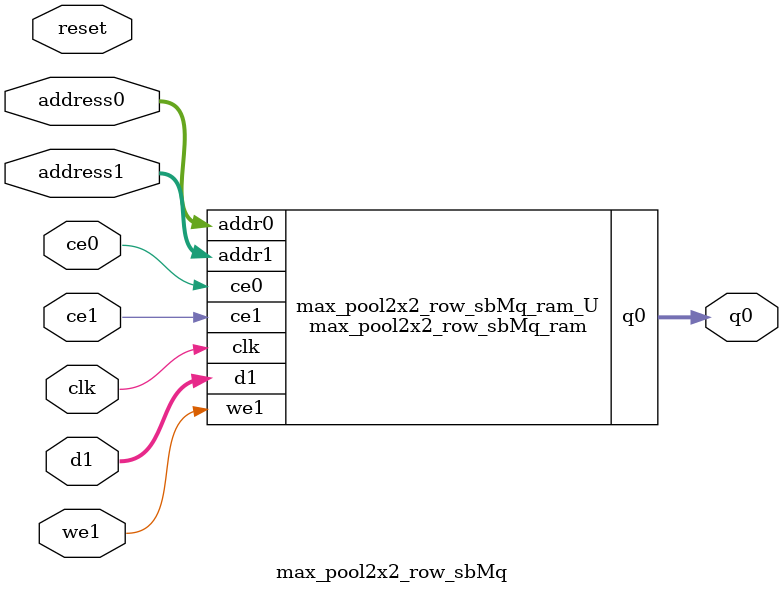
<source format=v>
`timescale 1 ns / 1 ps
module max_pool2x2_row_sbMq_ram (addr0, ce0, q0, addr1, ce1, d1, we1,  clk);

parameter DWIDTH = 16;
parameter AWIDTH = 10;
parameter MEM_SIZE = 640;

input[AWIDTH-1:0] addr0;
input ce0;
output reg[DWIDTH-1:0] q0;
input[AWIDTH-1:0] addr1;
input ce1;
input[DWIDTH-1:0] d1;
input we1;
input clk;

(* ram_style = "block" *)reg [DWIDTH-1:0] ram[0:MEM_SIZE-1];




always @(posedge clk)  
begin 
    if (ce0) begin
        q0 <= ram[addr0];
    end
end


always @(posedge clk)  
begin 
    if (ce1) begin
        if (we1) 
            ram[addr1] <= d1; 
    end
end


endmodule

`timescale 1 ns / 1 ps
module max_pool2x2_row_sbMq(
    reset,
    clk,
    address0,
    ce0,
    q0,
    address1,
    ce1,
    we1,
    d1);

parameter DataWidth = 32'd16;
parameter AddressRange = 32'd640;
parameter AddressWidth = 32'd10;
input reset;
input clk;
input[AddressWidth - 1:0] address0;
input ce0;
output[DataWidth - 1:0] q0;
input[AddressWidth - 1:0] address1;
input ce1;
input we1;
input[DataWidth - 1:0] d1;



max_pool2x2_row_sbMq_ram max_pool2x2_row_sbMq_ram_U(
    .clk( clk ),
    .addr0( address0 ),
    .ce0( ce0 ),
    .q0( q0 ),
    .addr1( address1 ),
    .ce1( ce1 ),
    .we1( we1 ),
    .d1( d1 ));

endmodule


</source>
